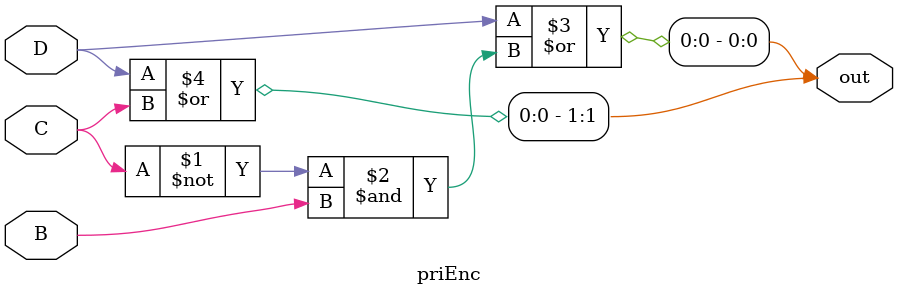
<source format=v>
`timescale 1ns / 1ps

module data_dependency(ins,clk,reset,imm,op_dec,RW_dm,mux_sel_A,mux_sel_B,imm_sel,mem_en_ex,mem_rw_ex,mem_mux_sel_dm);

input [31:0] ins;
input clk,reset;

output reg [15:0] imm;
output reg [5:0] op_dec;
output [4:0] RW_dm;
output [1:0]mux_sel_A, mux_sel_B;   // forwarding bits for A and B.
output imm_sel, mem_en_ex, mem_rw_ex, mem_mux_sel_dm;

wire [14:0] and1_out;
wire jmp;
wire Cond_J;
wire LD_fd;
wire Imm;
wire LD1;
wire ST;
wire nor1_out,d1_out,and2_out,d3_out,d4_out,d5_out,or1_out,and3_out,d7_out,and7_out,and6_out,and4_out,and5_out;
wire comp1,comp2,comp3,comp4,comp5,comp6;
wire [14:0] ext;

reg [4:0] reg2,reg3,reg4,reg5,reg6,reg7;


assign jmp = (~ins[26])&(~ins[27])&ins[28]&ins[29]&ins[30]&(~ins[31]);  
assign Cond_J = ins[28]&ins[29]&ins[30]&(~ins[31]);
assign LD_fb = (~ins[26])&(~ins[27])&ins[28]&(~ins[29])&ins[30]&(~ins[31])&(~d1_out); // D ff neg left
assign Imm = ins[29]&(~ins[30])&(~ins[31]);
assign LD1 = (~ins[26])&(~ins[27])&ins[28]&(~ins[29])&ins[30]&(~ins[31]);
assign ST = ins[26]&(~ins[27])&ins[28]&(~ins[29])&ins[30]&(~ins[31]);

assign nor1_out = ~(jmp|Cond_J|d1_out);  // D ff output
assign ext[0]= nor1_out;
assign ext[14:1] = nor1_out ==1 ? 14'b11111111111111 : 14'b00000000000000;
assign and1_out = ext&ins[25:11];
assign and2_out = LD1&(~d4_out);
assign or1_out = d4_out|d5_out;
assign and3_out = (~d3_out)&or1_out;
assign RW_dm = reg5;

DFlipFlop d1(LD_fb,clk,d1_out,reset);
DFlipFlop d3(ins[26],clk,d3_out,reset);
DFlipFlop d4(and2_out,clk,d4_out,reset);
DFlipFlop d5(ST,clk,d5_out,reset);
DFlipFlop d2(Imm,clk,imm_sel,reset);
DFlipFlop d6(d3_out,clk,mem_rw_ex,reset);
DFlipFlop d7(and3_out,clk,d7_out,reset);
DFlipFlop d8(or1_out,clk,mem_en_ex,reset);
DFlipFlop d9(d7_out,clk,mem_mux_sel_dm,reset);


assign comp1 =  (reg4 == reg2) ? 1'b1 : 1'b0;
assign comp2 =  (reg5 == reg2) ? 1'b1 : 1'b0;
assign comp3 =  (reg6 == reg2) ? 1'b1 : 1'b0;
assign comp4 =  (reg4 == reg7) ? 1'b1 : 1'b0;
assign comp5 =  (reg7 == reg5) ? 1'b1 : 1'b0;
assign comp6 =  (reg7 == reg6) ? 1'b1 : 1'b0;

assign and7_out = comp2&(~comp1);
assign and6_out = (~comp1)&(~comp2)&comp3;
assign and5_out = (~comp4)&comp5;
assign and4_out = (~comp4)&(~comp5)&comp6;
//Forwarding value according to the priority of different stages.
priEnc p1(comp1,and7_out,and6_out,mux_sel_A);
priEnc p2(comp4,and5_out,and4_out,mux_sel_B);


always@(posedge clk) begin
    imm <= (reset==1'b1) ? ins[15:0] : 16'b0;
    op_dec <= (reset==1'b1) ? ins[31:26] : 6'b0;
    reg2 <= (reset==1'b1) ? and1_out[9:5] : 5'b0;  
    reg3 <= (reset==1'b1) ? and1_out[14:10] : 5'b0;
    reg4 <= (reset==1'b1) ? reg3 : 5'b0;
    reg5 <= (reset==1'b1) ? reg4 : 5'b0;
    reg6 <= (reset==1'b1) ? reg5 : 5'b0;
    reg7 <= (reset==1'b1) ? and1_out[4:0] : 5'b0;
end


endmodule

module DFlipFlop(D,clk,Q,reset);

input D; // Data input 
input clk; // clock input 
input reset;

output  Q; // output Q 
reg Q_temp;

assign Q = reset==1 ? Q_temp : 1'b0;

always @(posedge clk) begin
 Q_temp <= D; 
end 

endmodule //DFlipFlop

module priEnc(B,C,D,out);
input B,C,D;
output [1:0]out;

assign out[0] = D|(~C&B);
assign out[1] = D|C;
endmodule


</source>
